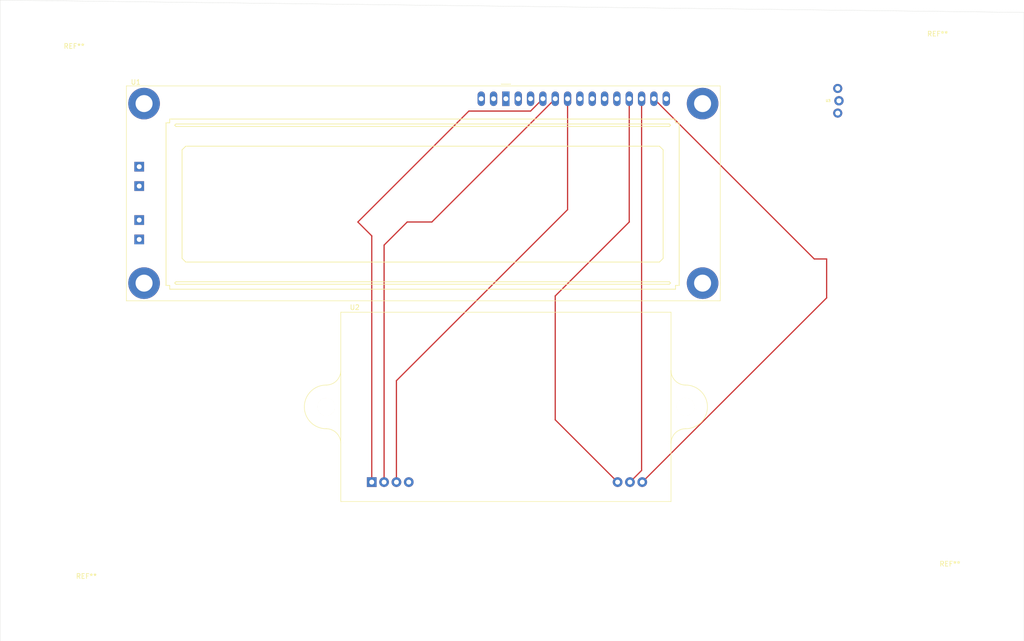
<source format=kicad_pcb>
(kicad_pcb (version 20211014) (generator pcbnew)
  (layers (0 "F.Cu" signal) (31 "B.Cu" signal) (34 "B.Paste" user) (35 "F.Paste" user) (36 "B.SilkS" user "B.Silkscreen") (37 "F.SilkS" user "F.Silkscreen") (38 "B.Mask" user) (39 "F.Mask" user) (44 "Edge.Cuts" user))
  (net 0 "")
  (net 2 "VCC")
  (net 4 "Net-(U1-Pad4)")
  (net 5 "Net-(U1-Pad5)")
  (net 6 "Net-(U1-Pad6)")
  (net 11 "Net-(U1-Pad11)")
  (net 12 "Net-(U1-Pad12)")
  (net 13 "Net-(U1-Pad13)")
  (net 14 "Net-(U1-Pad14)")
  (footprint "Display:LCD-016N002L" (layer "F.Cu") (at 129.54 50.8)
    (fp_text reference "U1" (at -76.21 -3.41 180) (layer "F.SilkS"))
    (fp_text value "LCD-016N002L")
    (fp_line (start 33.655 5.207) (end 33.909 5.461) (layer "F.SilkS") (width 0.15))
    (fp_line (start 34.925 38.481) (end 34.925 39.243) (layer "F.SilkS") (width 0.15))
    (fp_line (start -65.913 33.655) (end -66.675 32.893) (layer "F.SilkS") (width 0.15))
    (fp_line (start -65.913 9.779) (end 31.623 9.779) (layer "F.SilkS") (width 0.15))
    (fp_line (start 33.909 5.461) (end 33.655 5.715) (layer "F.SilkS") (width 0.15))
    (fp_line (start 34.925 4.191) (end 34.925 4.953) (layer "F.SilkS") (width 0.15))
    (fp_line (start 35.687 38.481) (end 35.687 4.953) (layer "F.SilkS") (width 0.15))
    (fp_line (start -69.215 4.953) (end -69.977 4.953) (layer "F.SilkS") (width 0.15))
    (fp_line (start 33.655 38.227) (end 33.909 37.973) (layer "F.SilkS") (width 0.15))
    (fp_line (start 31.623 9.779) (end 32.385 10.541) (layer "F.SilkS") (width 0.15))
    (fp_line (start -67.945 5.715) (end 33.655 5.715) (layer "F.SilkS") (width 0.15))
    (fp_line (start -78.14 -2.64) (end -78.14 41.64) (layer "F.SilkS") (width 0.12))
    (fp_line (start -1 -3) (end 1 -3) (layer "F.SilkS") (width 0.12))
    (fp_line (start -69.215 38.481) (end -69.977 38.481) (layer "F.SilkS") (width 0.15))
    (fp_line (start -68.199 37.973) (end -67.945 38.227) (layer "F.SilkS") (width 0.15))
    (fp_line (start 34.925 4.953) (end 35.687 4.953) (layer "F.SilkS") (width 0.15))
    (fp_line (start -78.14 41.64) (end 44.14 41.64) (layer "F.SilkS") (width 0.12))
    (fp_line (start 34.925 4.191) (end -69.215 4.191) (layer "F.SilkS") (width 0.15))
    (fp_line (start 31.623 33.655) (end -65.913 33.655) (layer "F.SilkS") (width 0.15))
    (fp_line (start 35.687 38.481) (end 34.925 38.481) (layer "F.SilkS") (width 0.15))
    (fp_line (start 33.655 37.719) (end -67.945 37.719) (layer "F.SilkS") (width 0.15))
    (fp_line (start -69.215 4.191) (end -69.215 4.953) (layer "F.SilkS") (width 0.15))
    (fp_line (start 44.14 -2.64) (end -78.14 -2.64) (layer "F.SilkS") (width 0.12))
    (fp_line (start -69.215 39.243) (end 34.925 39.243) (layer "F.SilkS") (width 0.15))
    (fp_line (start 33.909 37.973) (end 33.655 37.719) (layer "F.SilkS") (width 0.15))
    (fp_line (start 33.655 5.207) (end -67.945 5.207) (layer "F.SilkS") (width 0.15))
    (fp_line (start -66.675 32.893) (end -66.675 10.541) (layer "F.SilkS") (width 0.15))
    (fp_line (start -69.215 39.243) (end -69.215 38.481) (layer "F.SilkS") (width 0.15))
    (fp_line (start -67.945 38.227) (end 33.655 38.227) (layer "F.SilkS") (width 0.15))
    (fp_line (start 44.14 -2.64) (end 44.14 41.64) (layer "F.SilkS") (width 0.12))
    (fp_line (start -67.945 37.719) (end -68.199 37.973) (layer "F.SilkS") (width 0.15))
    (fp_line (start -69.977 4.953) (end -69.977 38.481) (layer "F.SilkS") (width 0.15))
    (fp_line (start -68.199 5.461) (end -67.945 5.715) (layer "F.SilkS") (width 0.15))
    (fp_line (start 32.385 32.893) (end 31.623 33.655) (layer "F.SilkS") (width 0.15))
    (fp_line (start -67.945 5.207) (end -68.199 5.461) (layer "F.SilkS") (width 0.15))
    (fp_line (start -66.675 10.541) (end -65.913 9.779) (layer "F.SilkS") (width 0.15))
    (fp_line (start 32.385 10.541) (end 32.385 32.893) (layer "F.SilkS") (width 0.15))
    (pad "" thru_hole circle (at -74.5 38 180) (size 6.5 6.5) (drill 3.5) (layers *.Cu *.Mask))
    (pad "" thru_hole circle (at 40.5 38 180) (size 6.5 6.5) (drill 3.5) (layers *.Cu *.Mask))
    (pad "" thru_hole circle (at 40.5 1 180) (size 6.5 6.5) (drill 3.5) (layers *.Cu *.Mask))
    (pad "" thru_hole circle (at -74.5 1 180) (size 6.5 6.5) (drill 3.5) (layers *.Cu *.Mask))
    (pad "1" thru_hole rect (at 0 0 180) (size 1.5 3) (drill 1) (layers *.Cu *.Mask))
    (pad "2" thru_hole oval (at 2.54 0 180) (size 1.5 3) (drill 1) (layers *.Cu *.Mask) (net 2 "VCC"))
    (pad "3" thru_hole oval (at 5.08 0 180) (size 1.5 3) (drill 1) (layers *.Cu *.Mask))
    (pad "4" thru_hole oval (at 7.62 0 180) (size 1.5 3) (drill 1) (layers *.Cu *.Mask) (net 4 "Net-(U1-Pad4)"))
    (pad "5" thru_hole oval (at 10.16 0 180) (size 1.5 3) (drill 1) (layers *.Cu *.Mask) (net 5 "Net-(U1-Pad5)"))
    (pad "6" thru_hole oval (at 12.7 0 180) (size 1.5 3) (drill 1) (layers *.Cu *.Mask) (net 6 "Net-(U1-Pad6)"))
    (pad "7" thru_hole oval (at 15.24 0 180) (size 1.5 3) (drill 1) (layers *.Cu *.Mask))
    (pad "8" thru_hole oval (at 17.78 0 180) (size 1.5 3) (drill 1) (layers *.Cu *.Mask))
    (pad "9" thru_hole oval (at 20.32 0 180) (size 1.5 3) (drill 1) (layers *.Cu *.Mask))
    (pad "10" thru_hole oval (at 22.86 0 180) (size 1.5 3) (drill 1) (layers *.Cu *.Mask))
    (pad "11" thru_hole oval (at 25.4 0 180) (size 1.5 3) (drill 1) (layers *.Cu *.Mask) (net 11 "Net-(U1-Pad11)"))
    (pad "12" thru_hole oval (at 27.94 0 180) (size 1.5 3) (drill 1) (layers *.Cu *.Mask) (net 12 "Net-(U1-Pad12)"))
    (pad "13" thru_hole oval (at 30.48 0 180) (size 1.5 3) (drill 1) (layers *.Cu *.Mask) (net 13 "Net-(U1-Pad13)"))
    (pad "14" thru_hole oval (at 33.02 0 180) (size 1.5 3) (drill 1) (layers *.Cu *.Mask) (net 14 "Net-(U1-Pad14)"))
    (pad "15" thru_hole oval (at -2.54 0 180) (size 1.5 3) (drill 1) (layers *.Cu *.Mask))
    (pad "16" thru_hole oval (at -5.08 0 180) (size 1.5 3) (drill 1) (layers *.Cu *.Mask))
    (pad "A1" thru_hole rect (at -75.5 14 180) (size 2 2) (drill 1) (layers *.Cu *.Mask))
    (pad "A2" thru_hole rect (at -75.5 25 180) (size 2 2) (drill 1) (layers *.Cu *.Mask))
    (pad "K1" thru_hole rect (at -75.5 18 180) (size 2 2) (drill 1) (layers *.Cu *.Mask))
    (pad "K2" thru_hole rect (at -75.5 29 180) (size 2 2) (drill 1) (layers *.Cu *.Mask))
  )
  (footprint "MountingHole:MountingHole_2.2mm_M2" (layer "F.Cu") (at 40.64 43.18)
    (fp_text reference "REF**" (at 0 -3.2) (layer "F.SilkS"))
    (fp_text value "MountingHole_2.2mm_M2")
    (pad "" np_thru_hole circle (at 0 0) (size 2.2 2.2) (drill 2.2) (layers *.Cu *.Mask))
  )
  (footprint "Audio_Module:Reverb_BTDR-1H" (layer "F.Cu") (at 101.92 129.8)
    (fp_text reference "U2" (at -3.5 -36) (layer "F.SilkS"))
    (fp_text value "ATmega32A-P")
    (fp_line (start 61.62 -35) (end 61.62 4) (layer "F.SilkS") (width 0.12))
    (fp_line (start -6.38 -15.5) (end -6.38 4) (layer "F.SilkS") (width 0.12))
    (fp_line (start -6.38 4) (end 61.62 4) (layer "F.SilkS") (width 0.12))
    (fp_line (start -6.38 -15.5) (end -6.38 -35) (layer "F.SilkS") (width 0.12))
    (fp_line (start -6.38 -35) (end 61.62 -35) (layer "F.SilkS") (width 0.12))
    (fp_arc (start 64.62 -20) (mid 62.49868 -20.87868) (end 61.62 -23) (layer "F.SilkS") (width 0.12))
    (fp_arc (start -9.38 -11) (mid -13.88 -15.5) (end -9.38 -20) (layer "F.SilkS") (width 0.12))
    (fp_arc (start -9.38 -11) (mid -7.25868 -10.12132) (end -6.38 -8) (layer "F.SilkS") (width 0.12))
    (fp_arc (start -6.38 -23) (mid -7.25868 -20.87868) (end -9.38 -20) (layer "F.SilkS") (width 0.12))
    (fp_arc (start 61.62 -8) (mid 62.49868 -10.12132) (end 64.62 -11) (layer "F.SilkS") (width 0.12))
    (fp_arc (start 64.62 -20) (mid 69.12 -15.5) (end 64.62 -11) (layer "F.SilkS") (width 0.12))
    (fp_circle (center -9.38 -15.5) (end -7.63 -15.5) (layer "F.SilkS") (width 0.12) (fill none))
    (fp_circle (center 64.62 -15.5) (end 66.37 -15.5) (layer "F.SilkS") (width 0.12) (fill none))
    (pad "" np_thru_hole circle (at 64.62 -15.5) (size 3.7 3.7) (drill 3.7) (layers *.Cu *.Mask))
    (pad "" np_thru_hole circle (at -9.38 -15.5) (size 3.7 3.7) (drill 3.7) (layers *.Cu *.Mask))
    (pad "1" thru_hole rect (at 0 0) (size 2 2) (drill 1) (layers *.Cu *.Mask) (net 4 "Net-(U1-Pad4)"))
    (pad "2" thru_hole circle (at 2.54 0) (size 2 2) (drill 1) (layers *.Cu *.Mask) (net 5 "Net-(U1-Pad5)"))
    (pad "3" thru_hole circle (at 5.08 0) (size 2 2) (drill 1) (layers *.Cu *.Mask) (net 6 "Net-(U1-Pad6)"))
    (pad "4" thru_hole circle (at 7.62 0) (size 2 2) (drill 1) (layers *.Cu *.Mask))
    (pad "5" thru_hole circle (at 50.62 0) (size 2 2) (drill 1) (layers *.Cu *.Mask) (net 11 "Net-(U1-Pad11)"))
    (pad "6" thru_hole circle (at 53.16 0) (size 2 2) (drill 1) (layers *.Cu *.Mask) (net 12 "Net-(U1-Pad12)"))
    (pad "7" thru_hole circle (at 55.7 0) (size 2 2) (drill 1) (layers *.Cu *.Mask) (net 13 "Net-(U1-Pad13)"))
  )
  (footprint "TSSP58038:TSSP58038" (layer "F.Cu") (at 198.12 51.2198)
    (fp_text reference "U3" (at -2.2288 -0.014 180) (layer "F.SilkS") (effects (font (size 0.48 0.48))))
    (fp_text value "TSSP58038")
    (pad "GND" thru_hole circle locked (at 0 0) (size 1.9304 1.9304) (drill 1.016) (layers *.Cu *.Mask))
    (pad "OUT" thru_hole circle locked (at -0.254 2.54) (size 1.8796 1.8796) (drill 1.016) (layers *.Cu *.Mask))
    (pad "VS" thru_hole circle locked (at -0.254 -2.54) (size 1.8796 1.8796) (drill 1.016) (layers *.Cu *.Mask))
  )
  (footprint "MountingHole:MountingHole_2.2mm_M2" (layer "F.Cu") (at 220.98 149.86)
    (fp_text reference "REF**" (at 0 -3.2) (layer "F.SilkS"))
    (fp_text value "MountingHole_2.2mm_M2")
    (pad "" np_thru_hole circle (at 0 0) (size 2.2 2.2) (drill 2.2) (layers *.Cu *.Mask))
  )
  (footprint "MountingHole:MountingHole_2.2mm_M2" (layer "F.Cu") (at 218.44 40.64)
    (fp_text reference "REF**" (at 0 -3.2) (layer "F.SilkS"))
    (fp_text value "MountingHole_2.2mm_M2")
    (pad "" np_thru_hole circle (at 0 0) (size 2.2 2.2) (drill 2.2) (layers *.Cu *.Mask))
  )
  (footprint "MountingHole:MountingHole_2.2mm_M2" (layer "F.Cu") (at 43.18 152.4)
    (fp_text reference "REF**" (at 0 -3.2) (layer "F.SilkS"))
    (fp_text value "MountingHole_2.2mm_M2")
    (pad "" np_thru_hole circle (at 0 0) (size 2.2 2.2) (drill 2.2) (layers *.Cu *.Mask))
  )
  (gr_line (start 25.4 30.48) (end 25.4 162.56) (layer "Edge.Cuts") (width 0.05))
  (gr_line (start 236.22 33.02) (end 25.4 30.48) (layer "Edge.Cuts") (width 0.05))
  (gr_line (start 236.22 162.56) (end 236.22 33.02) (layer "Edge.Cuts") (width 0.05))
  (gr_line (start 228.6 162.56) (end 236.22 162.56) (layer "Edge.Cuts") (width 0.05))
  (gr_line (start 25.4 162.56) (end 228.6 162.56) (layer "Edge.Cuts") (width 0.05))
  (segment (start 134.62 53.34) (end 121.92 53.34) (width 0.25) (layer "F.Cu") (net 4))
  (segment (start 121.92 53.34) (end 99.06 76.2) (width 0.25) (layer "F.Cu") (net 4))
  (segment (start 137.16 50.8) (end 134.62 53.34) (width 0.25) (layer "F.Cu") (net 4))
  (segment (start 101.92 79.06) (end 101.92 129.8) (width 0.25) (layer "F.Cu") (net 4))
  (segment (start 99.06 76.2) (end 101.92 79.06) (width 0.25) (layer "F.Cu") (net 4))
  (segment (start 114.3 76.2) (end 109.22 76.2) (width 0.25) (layer "F.Cu") (net 5))
  (segment (start 104.46 80.96) (end 104.46 129.8) (width 0.25) (layer "F.Cu") (net 5))
  (segment (start 109.22 76.2) (end 104.46 80.96) (width 0.25) (layer "F.Cu") (net 5))
  (segment (start 139.7 50.8) (end 114.3 76.2) (width 0.25) (layer "F.Cu") (net 5))
  (segment (start 142.24 73.66) (end 142.24 50.8) (width 0.25) (layer "F.Cu") (net 6))
  (segment (start 107 129.8) (end 107 108.9) (width 0.25) (layer "F.Cu") (net 6))
  (segment (start 107 108.9) (end 142.24 73.66) (width 0.25) (layer "F.Cu") (net 6))
  (segment (start 154.94 76.2) (end 139.7 91.44) (width 0.25) (layer "F.Cu") (net 11))
  (segment (start 139.7 116.96) (end 152.54 129.8) (width 0.25) (layer "F.Cu") (net 11))
  (segment (start 139.7 91.44) (end 139.7 116.96) (width 0.25) (layer "F.Cu") (net 11))
  (segment (start 154.94 50.8) (end 154.94 76.2) (width 0.25) (layer "F.Cu") (net 11))
  (segment (start 157.48 50.8) (end 157.48 127.4) (width 0.25) (layer "F.Cu") (net 12))
  (segment (start 157.48 127.4) (end 155.08 129.8) (width 0.25) (layer "F.Cu") (net 12))
  (segment (start 193.04 83.82) (end 195.58 83.82) (width 0.25) (layer "F.Cu") (net 13))
  (segment (start 160.02 50.8) (end 193.04 83.82) (width 0.25) (layer "F.Cu") (net 13))
  (segment (start 195.58 91.84) (end 157.62 129.8) (width 0.25) (layer "F.Cu") (net 13))
  (segment (start 195.58 83.82) (end 195.58 91.84) (width 0.25) (layer "F.Cu") (net 13))
)
</source>
